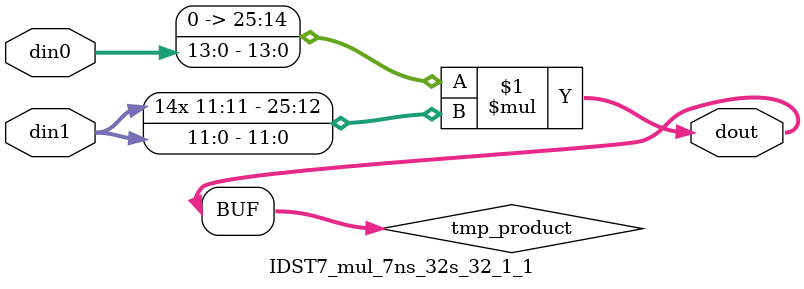
<source format=v>

`timescale 1 ns / 1 ps

 module IDST7_mul_7ns_32s_32_1_1(din0, din1, dout);
parameter ID = 1;
parameter NUM_STAGE = 0;
parameter din0_WIDTH = 14;
parameter din1_WIDTH = 12;
parameter dout_WIDTH = 26;

input [din0_WIDTH - 1 : 0] din0; 
input [din1_WIDTH - 1 : 0] din1; 
output [dout_WIDTH - 1 : 0] dout;

wire signed [dout_WIDTH - 1 : 0] tmp_product;

























assign tmp_product = $signed({1'b0, din0}) * $signed(din1);










assign dout = tmp_product;





















endmodule

</source>
